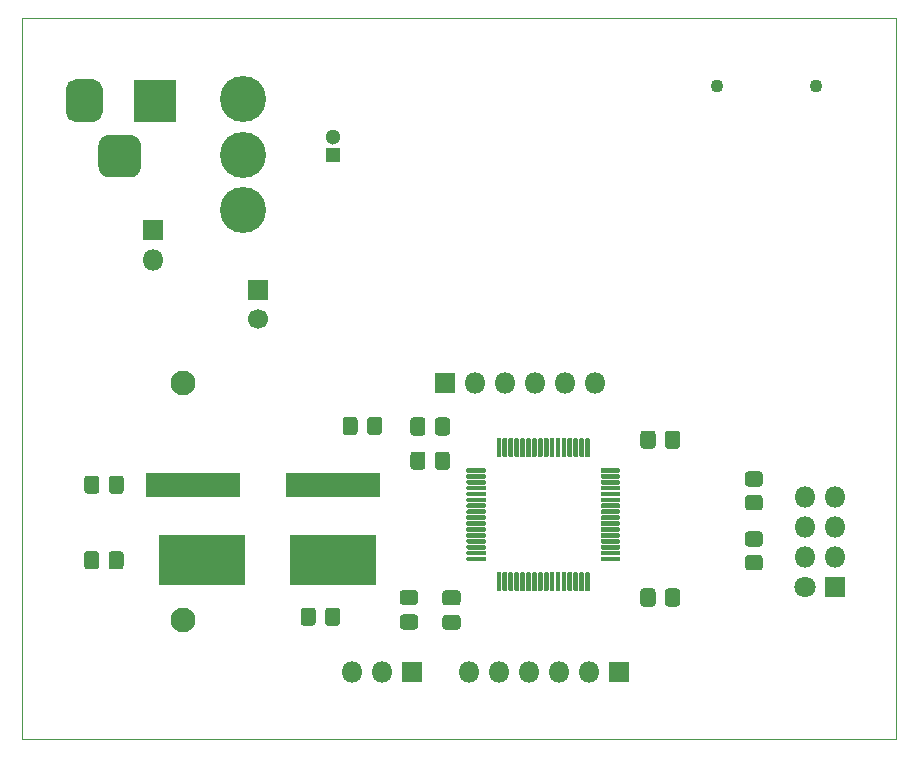
<source format=gbr>
%TF.GenerationSoftware,KiCad,Pcbnew,(5.1.6)-1*%
%TF.CreationDate,2020-11-04T18:23:40+01:00*%
%TF.ProjectId,rps_ki,7270735f-6b69-42e6-9b69-6361645f7063,rev?*%
%TF.SameCoordinates,Original*%
%TF.FileFunction,Soldermask,Bot*%
%TF.FilePolarity,Negative*%
%FSLAX46Y46*%
G04 Gerber Fmt 4.6, Leading zero omitted, Abs format (unit mm)*
G04 Created by KiCad (PCBNEW (5.1.6)-1) date 2020-11-04 18:23:40*
%MOMM*%
%LPD*%
G01*
G04 APERTURE LIST*
%TA.AperFunction,Profile*%
%ADD10C,0.050000*%
%TD*%
%ADD11O,1.800000X1.800000*%
%ADD12R,1.800000X1.800000*%
%ADD13C,1.800000*%
%ADD14R,3.600000X3.600000*%
%ADD15R,7.275000X4.200000*%
%ADD16R,7.975000X2.100000*%
%ADD17C,3.910000*%
%ADD18C,1.100000*%
%ADD19C,1.700000*%
%ADD20R,1.700000X1.700000*%
%ADD21C,1.300000*%
%ADD22R,1.300000X1.300000*%
%ADD23C,2.100000*%
G04 APERTURE END LIST*
D10*
X109485600Y-91656800D02*
X35485600Y-91656800D01*
X109485600Y-91656800D02*
X109485600Y-91656800D01*
X35485600Y-30656800D02*
X109485600Y-30656800D01*
X109485600Y-30656800D02*
X109485600Y-91656800D01*
X35485600Y-91656800D02*
X35485600Y-30656800D01*
D11*
%TO.C,J5*%
X73304400Y-86004400D03*
X75844400Y-86004400D03*
X78384400Y-86004400D03*
X80924400Y-86004400D03*
X83464400Y-86004400D03*
D12*
X86004400Y-86004400D03*
%TD*%
D13*
%TO.C,J4*%
X101803200Y-78841600D03*
D12*
X104343200Y-78841600D03*
D11*
X101803200Y-76301600D03*
X104343200Y-76301600D03*
X101803200Y-73761600D03*
X104343200Y-73761600D03*
X101803200Y-71221600D03*
X104343200Y-71221600D03*
%TD*%
%TO.C,J1*%
G36*
G01*
X41941600Y-43242800D02*
X41941600Y-41442800D01*
G75*
G02*
X42841600Y-40542800I900000J0D01*
G01*
X44641600Y-40542800D01*
G75*
G02*
X45541600Y-41442800I0J-900000D01*
G01*
X45541600Y-43242800D01*
G75*
G02*
X44641600Y-44142800I-900000J0D01*
G01*
X42841600Y-44142800D01*
G75*
G02*
X41941600Y-43242800I0J900000D01*
G01*
G37*
G36*
G01*
X39191600Y-38667800D02*
X39191600Y-36617800D01*
G75*
G02*
X39966600Y-35842800I775000J0D01*
G01*
X41516600Y-35842800D01*
G75*
G02*
X42291600Y-36617800I0J-775000D01*
G01*
X42291600Y-38667800D01*
G75*
G02*
X41516600Y-39442800I-775000J0D01*
G01*
X39966600Y-39442800D01*
G75*
G02*
X39191600Y-38667800I0J775000D01*
G01*
G37*
D14*
X46741600Y-37642800D03*
%TD*%
D15*
%TO.C,Y2*%
X61823600Y-76504800D03*
X50748600Y-76504800D03*
%TD*%
D16*
%TO.C,Y1*%
X61823600Y-70154800D03*
X49948600Y-70154800D03*
%TD*%
D17*
%TO.C,SW1*%
X54203600Y-42214800D03*
X54203600Y-37514800D03*
X54203600Y-46914800D03*
%TD*%
D18*
%TO.C,J7*%
X94300800Y-36399600D03*
X102700800Y-36399600D03*
%TD*%
D11*
%TO.C,J6*%
X83947000Y-61569600D03*
X81407000Y-61569600D03*
X78867000Y-61569600D03*
X76327000Y-61569600D03*
X73787000Y-61569600D03*
D12*
X71247000Y-61569600D03*
%TD*%
D11*
%TO.C,J3*%
X63398400Y-86004400D03*
X65938400Y-86004400D03*
D12*
X68478400Y-86004400D03*
%TD*%
D19*
%TO.C,C2*%
X55473600Y-56144800D03*
D20*
X55473600Y-53644800D03*
%TD*%
D21*
%TO.C,C1*%
X61823600Y-40714800D03*
D22*
X61823600Y-42214800D03*
%TD*%
%TO.C,U1*%
G36*
G01*
X75653600Y-79094800D02*
X75653600Y-77644800D01*
G75*
G02*
X75753600Y-77544800I100000J0D01*
G01*
X75953600Y-77544800D01*
G75*
G02*
X76053600Y-77644800I0J-100000D01*
G01*
X76053600Y-79094800D01*
G75*
G02*
X75953600Y-79194800I-100000J0D01*
G01*
X75753600Y-79194800D01*
G75*
G02*
X75653600Y-79094800I0J100000D01*
G01*
G37*
G36*
G01*
X76153600Y-79094800D02*
X76153600Y-77644800D01*
G75*
G02*
X76253600Y-77544800I100000J0D01*
G01*
X76453600Y-77544800D01*
G75*
G02*
X76553600Y-77644800I0J-100000D01*
G01*
X76553600Y-79094800D01*
G75*
G02*
X76453600Y-79194800I-100000J0D01*
G01*
X76253600Y-79194800D01*
G75*
G02*
X76153600Y-79094800I0J100000D01*
G01*
G37*
G36*
G01*
X76653600Y-79094800D02*
X76653600Y-77644800D01*
G75*
G02*
X76753600Y-77544800I100000J0D01*
G01*
X76953600Y-77544800D01*
G75*
G02*
X77053600Y-77644800I0J-100000D01*
G01*
X77053600Y-79094800D01*
G75*
G02*
X76953600Y-79194800I-100000J0D01*
G01*
X76753600Y-79194800D01*
G75*
G02*
X76653600Y-79094800I0J100000D01*
G01*
G37*
G36*
G01*
X77153600Y-79094800D02*
X77153600Y-77644800D01*
G75*
G02*
X77253600Y-77544800I100000J0D01*
G01*
X77453600Y-77544800D01*
G75*
G02*
X77553600Y-77644800I0J-100000D01*
G01*
X77553600Y-79094800D01*
G75*
G02*
X77453600Y-79194800I-100000J0D01*
G01*
X77253600Y-79194800D01*
G75*
G02*
X77153600Y-79094800I0J100000D01*
G01*
G37*
G36*
G01*
X77653600Y-79094800D02*
X77653600Y-77644800D01*
G75*
G02*
X77753600Y-77544800I100000J0D01*
G01*
X77953600Y-77544800D01*
G75*
G02*
X78053600Y-77644800I0J-100000D01*
G01*
X78053600Y-79094800D01*
G75*
G02*
X77953600Y-79194800I-100000J0D01*
G01*
X77753600Y-79194800D01*
G75*
G02*
X77653600Y-79094800I0J100000D01*
G01*
G37*
G36*
G01*
X78153600Y-79094800D02*
X78153600Y-77644800D01*
G75*
G02*
X78253600Y-77544800I100000J0D01*
G01*
X78453600Y-77544800D01*
G75*
G02*
X78553600Y-77644800I0J-100000D01*
G01*
X78553600Y-79094800D01*
G75*
G02*
X78453600Y-79194800I-100000J0D01*
G01*
X78253600Y-79194800D01*
G75*
G02*
X78153600Y-79094800I0J100000D01*
G01*
G37*
G36*
G01*
X78653600Y-79094800D02*
X78653600Y-77644800D01*
G75*
G02*
X78753600Y-77544800I100000J0D01*
G01*
X78953600Y-77544800D01*
G75*
G02*
X79053600Y-77644800I0J-100000D01*
G01*
X79053600Y-79094800D01*
G75*
G02*
X78953600Y-79194800I-100000J0D01*
G01*
X78753600Y-79194800D01*
G75*
G02*
X78653600Y-79094800I0J100000D01*
G01*
G37*
G36*
G01*
X79153600Y-79094800D02*
X79153600Y-77644800D01*
G75*
G02*
X79253600Y-77544800I100000J0D01*
G01*
X79453600Y-77544800D01*
G75*
G02*
X79553600Y-77644800I0J-100000D01*
G01*
X79553600Y-79094800D01*
G75*
G02*
X79453600Y-79194800I-100000J0D01*
G01*
X79253600Y-79194800D01*
G75*
G02*
X79153600Y-79094800I0J100000D01*
G01*
G37*
G36*
G01*
X79653600Y-79094800D02*
X79653600Y-77644800D01*
G75*
G02*
X79753600Y-77544800I100000J0D01*
G01*
X79953600Y-77544800D01*
G75*
G02*
X80053600Y-77644800I0J-100000D01*
G01*
X80053600Y-79094800D01*
G75*
G02*
X79953600Y-79194800I-100000J0D01*
G01*
X79753600Y-79194800D01*
G75*
G02*
X79653600Y-79094800I0J100000D01*
G01*
G37*
G36*
G01*
X80153600Y-79094800D02*
X80153600Y-77644800D01*
G75*
G02*
X80253600Y-77544800I100000J0D01*
G01*
X80453600Y-77544800D01*
G75*
G02*
X80553600Y-77644800I0J-100000D01*
G01*
X80553600Y-79094800D01*
G75*
G02*
X80453600Y-79194800I-100000J0D01*
G01*
X80253600Y-79194800D01*
G75*
G02*
X80153600Y-79094800I0J100000D01*
G01*
G37*
G36*
G01*
X80653600Y-79094800D02*
X80653600Y-77644800D01*
G75*
G02*
X80753600Y-77544800I100000J0D01*
G01*
X80953600Y-77544800D01*
G75*
G02*
X81053600Y-77644800I0J-100000D01*
G01*
X81053600Y-79094800D01*
G75*
G02*
X80953600Y-79194800I-100000J0D01*
G01*
X80753600Y-79194800D01*
G75*
G02*
X80653600Y-79094800I0J100000D01*
G01*
G37*
G36*
G01*
X81153600Y-79094800D02*
X81153600Y-77644800D01*
G75*
G02*
X81253600Y-77544800I100000J0D01*
G01*
X81453600Y-77544800D01*
G75*
G02*
X81553600Y-77644800I0J-100000D01*
G01*
X81553600Y-79094800D01*
G75*
G02*
X81453600Y-79194800I-100000J0D01*
G01*
X81253600Y-79194800D01*
G75*
G02*
X81153600Y-79094800I0J100000D01*
G01*
G37*
G36*
G01*
X81653600Y-79094800D02*
X81653600Y-77644800D01*
G75*
G02*
X81753600Y-77544800I100000J0D01*
G01*
X81953600Y-77544800D01*
G75*
G02*
X82053600Y-77644800I0J-100000D01*
G01*
X82053600Y-79094800D01*
G75*
G02*
X81953600Y-79194800I-100000J0D01*
G01*
X81753600Y-79194800D01*
G75*
G02*
X81653600Y-79094800I0J100000D01*
G01*
G37*
G36*
G01*
X82153600Y-79094800D02*
X82153600Y-77644800D01*
G75*
G02*
X82253600Y-77544800I100000J0D01*
G01*
X82453600Y-77544800D01*
G75*
G02*
X82553600Y-77644800I0J-100000D01*
G01*
X82553600Y-79094800D01*
G75*
G02*
X82453600Y-79194800I-100000J0D01*
G01*
X82253600Y-79194800D01*
G75*
G02*
X82153600Y-79094800I0J100000D01*
G01*
G37*
G36*
G01*
X82653600Y-79094800D02*
X82653600Y-77644800D01*
G75*
G02*
X82753600Y-77544800I100000J0D01*
G01*
X82953600Y-77544800D01*
G75*
G02*
X83053600Y-77644800I0J-100000D01*
G01*
X83053600Y-79094800D01*
G75*
G02*
X82953600Y-79194800I-100000J0D01*
G01*
X82753600Y-79194800D01*
G75*
G02*
X82653600Y-79094800I0J100000D01*
G01*
G37*
G36*
G01*
X83153600Y-79094800D02*
X83153600Y-77644800D01*
G75*
G02*
X83253600Y-77544800I100000J0D01*
G01*
X83453600Y-77544800D01*
G75*
G02*
X83553600Y-77644800I0J-100000D01*
G01*
X83553600Y-79094800D01*
G75*
G02*
X83453600Y-79194800I-100000J0D01*
G01*
X83253600Y-79194800D01*
G75*
G02*
X83153600Y-79094800I0J100000D01*
G01*
G37*
G36*
G01*
X84453600Y-76544800D02*
X84453600Y-76344800D01*
G75*
G02*
X84553600Y-76244800I100000J0D01*
G01*
X86003600Y-76244800D01*
G75*
G02*
X86103600Y-76344800I0J-100000D01*
G01*
X86103600Y-76544800D01*
G75*
G02*
X86003600Y-76644800I-100000J0D01*
G01*
X84553600Y-76644800D01*
G75*
G02*
X84453600Y-76544800I0J100000D01*
G01*
G37*
G36*
G01*
X84453600Y-76044800D02*
X84453600Y-75844800D01*
G75*
G02*
X84553600Y-75744800I100000J0D01*
G01*
X86003600Y-75744800D01*
G75*
G02*
X86103600Y-75844800I0J-100000D01*
G01*
X86103600Y-76044800D01*
G75*
G02*
X86003600Y-76144800I-100000J0D01*
G01*
X84553600Y-76144800D01*
G75*
G02*
X84453600Y-76044800I0J100000D01*
G01*
G37*
G36*
G01*
X84453600Y-75544800D02*
X84453600Y-75344800D01*
G75*
G02*
X84553600Y-75244800I100000J0D01*
G01*
X86003600Y-75244800D01*
G75*
G02*
X86103600Y-75344800I0J-100000D01*
G01*
X86103600Y-75544800D01*
G75*
G02*
X86003600Y-75644800I-100000J0D01*
G01*
X84553600Y-75644800D01*
G75*
G02*
X84453600Y-75544800I0J100000D01*
G01*
G37*
G36*
G01*
X84453600Y-75044800D02*
X84453600Y-74844800D01*
G75*
G02*
X84553600Y-74744800I100000J0D01*
G01*
X86003600Y-74744800D01*
G75*
G02*
X86103600Y-74844800I0J-100000D01*
G01*
X86103600Y-75044800D01*
G75*
G02*
X86003600Y-75144800I-100000J0D01*
G01*
X84553600Y-75144800D01*
G75*
G02*
X84453600Y-75044800I0J100000D01*
G01*
G37*
G36*
G01*
X84453600Y-74544800D02*
X84453600Y-74344800D01*
G75*
G02*
X84553600Y-74244800I100000J0D01*
G01*
X86003600Y-74244800D01*
G75*
G02*
X86103600Y-74344800I0J-100000D01*
G01*
X86103600Y-74544800D01*
G75*
G02*
X86003600Y-74644800I-100000J0D01*
G01*
X84553600Y-74644800D01*
G75*
G02*
X84453600Y-74544800I0J100000D01*
G01*
G37*
G36*
G01*
X84453600Y-74044800D02*
X84453600Y-73844800D01*
G75*
G02*
X84553600Y-73744800I100000J0D01*
G01*
X86003600Y-73744800D01*
G75*
G02*
X86103600Y-73844800I0J-100000D01*
G01*
X86103600Y-74044800D01*
G75*
G02*
X86003600Y-74144800I-100000J0D01*
G01*
X84553600Y-74144800D01*
G75*
G02*
X84453600Y-74044800I0J100000D01*
G01*
G37*
G36*
G01*
X84453600Y-73544800D02*
X84453600Y-73344800D01*
G75*
G02*
X84553600Y-73244800I100000J0D01*
G01*
X86003600Y-73244800D01*
G75*
G02*
X86103600Y-73344800I0J-100000D01*
G01*
X86103600Y-73544800D01*
G75*
G02*
X86003600Y-73644800I-100000J0D01*
G01*
X84553600Y-73644800D01*
G75*
G02*
X84453600Y-73544800I0J100000D01*
G01*
G37*
G36*
G01*
X84453600Y-73044800D02*
X84453600Y-72844800D01*
G75*
G02*
X84553600Y-72744800I100000J0D01*
G01*
X86003600Y-72744800D01*
G75*
G02*
X86103600Y-72844800I0J-100000D01*
G01*
X86103600Y-73044800D01*
G75*
G02*
X86003600Y-73144800I-100000J0D01*
G01*
X84553600Y-73144800D01*
G75*
G02*
X84453600Y-73044800I0J100000D01*
G01*
G37*
G36*
G01*
X84453600Y-72544800D02*
X84453600Y-72344800D01*
G75*
G02*
X84553600Y-72244800I100000J0D01*
G01*
X86003600Y-72244800D01*
G75*
G02*
X86103600Y-72344800I0J-100000D01*
G01*
X86103600Y-72544800D01*
G75*
G02*
X86003600Y-72644800I-100000J0D01*
G01*
X84553600Y-72644800D01*
G75*
G02*
X84453600Y-72544800I0J100000D01*
G01*
G37*
G36*
G01*
X84453600Y-72044800D02*
X84453600Y-71844800D01*
G75*
G02*
X84553600Y-71744800I100000J0D01*
G01*
X86003600Y-71744800D01*
G75*
G02*
X86103600Y-71844800I0J-100000D01*
G01*
X86103600Y-72044800D01*
G75*
G02*
X86003600Y-72144800I-100000J0D01*
G01*
X84553600Y-72144800D01*
G75*
G02*
X84453600Y-72044800I0J100000D01*
G01*
G37*
G36*
G01*
X84453600Y-71544800D02*
X84453600Y-71344800D01*
G75*
G02*
X84553600Y-71244800I100000J0D01*
G01*
X86003600Y-71244800D01*
G75*
G02*
X86103600Y-71344800I0J-100000D01*
G01*
X86103600Y-71544800D01*
G75*
G02*
X86003600Y-71644800I-100000J0D01*
G01*
X84553600Y-71644800D01*
G75*
G02*
X84453600Y-71544800I0J100000D01*
G01*
G37*
G36*
G01*
X84453600Y-71044800D02*
X84453600Y-70844800D01*
G75*
G02*
X84553600Y-70744800I100000J0D01*
G01*
X86003600Y-70744800D01*
G75*
G02*
X86103600Y-70844800I0J-100000D01*
G01*
X86103600Y-71044800D01*
G75*
G02*
X86003600Y-71144800I-100000J0D01*
G01*
X84553600Y-71144800D01*
G75*
G02*
X84453600Y-71044800I0J100000D01*
G01*
G37*
G36*
G01*
X84453600Y-70544800D02*
X84453600Y-70344800D01*
G75*
G02*
X84553600Y-70244800I100000J0D01*
G01*
X86003600Y-70244800D01*
G75*
G02*
X86103600Y-70344800I0J-100000D01*
G01*
X86103600Y-70544800D01*
G75*
G02*
X86003600Y-70644800I-100000J0D01*
G01*
X84553600Y-70644800D01*
G75*
G02*
X84453600Y-70544800I0J100000D01*
G01*
G37*
G36*
G01*
X84453600Y-70044800D02*
X84453600Y-69844800D01*
G75*
G02*
X84553600Y-69744800I100000J0D01*
G01*
X86003600Y-69744800D01*
G75*
G02*
X86103600Y-69844800I0J-100000D01*
G01*
X86103600Y-70044800D01*
G75*
G02*
X86003600Y-70144800I-100000J0D01*
G01*
X84553600Y-70144800D01*
G75*
G02*
X84453600Y-70044800I0J100000D01*
G01*
G37*
G36*
G01*
X84453600Y-69544800D02*
X84453600Y-69344800D01*
G75*
G02*
X84553600Y-69244800I100000J0D01*
G01*
X86003600Y-69244800D01*
G75*
G02*
X86103600Y-69344800I0J-100000D01*
G01*
X86103600Y-69544800D01*
G75*
G02*
X86003600Y-69644800I-100000J0D01*
G01*
X84553600Y-69644800D01*
G75*
G02*
X84453600Y-69544800I0J100000D01*
G01*
G37*
G36*
G01*
X84453600Y-69044800D02*
X84453600Y-68844800D01*
G75*
G02*
X84553600Y-68744800I100000J0D01*
G01*
X86003600Y-68744800D01*
G75*
G02*
X86103600Y-68844800I0J-100000D01*
G01*
X86103600Y-69044800D01*
G75*
G02*
X86003600Y-69144800I-100000J0D01*
G01*
X84553600Y-69144800D01*
G75*
G02*
X84453600Y-69044800I0J100000D01*
G01*
G37*
G36*
G01*
X83153600Y-67744800D02*
X83153600Y-66294800D01*
G75*
G02*
X83253600Y-66194800I100000J0D01*
G01*
X83453600Y-66194800D01*
G75*
G02*
X83553600Y-66294800I0J-100000D01*
G01*
X83553600Y-67744800D01*
G75*
G02*
X83453600Y-67844800I-100000J0D01*
G01*
X83253600Y-67844800D01*
G75*
G02*
X83153600Y-67744800I0J100000D01*
G01*
G37*
G36*
G01*
X82653600Y-67744800D02*
X82653600Y-66294800D01*
G75*
G02*
X82753600Y-66194800I100000J0D01*
G01*
X82953600Y-66194800D01*
G75*
G02*
X83053600Y-66294800I0J-100000D01*
G01*
X83053600Y-67744800D01*
G75*
G02*
X82953600Y-67844800I-100000J0D01*
G01*
X82753600Y-67844800D01*
G75*
G02*
X82653600Y-67744800I0J100000D01*
G01*
G37*
G36*
G01*
X82153600Y-67744800D02*
X82153600Y-66294800D01*
G75*
G02*
X82253600Y-66194800I100000J0D01*
G01*
X82453600Y-66194800D01*
G75*
G02*
X82553600Y-66294800I0J-100000D01*
G01*
X82553600Y-67744800D01*
G75*
G02*
X82453600Y-67844800I-100000J0D01*
G01*
X82253600Y-67844800D01*
G75*
G02*
X82153600Y-67744800I0J100000D01*
G01*
G37*
G36*
G01*
X81653600Y-67744800D02*
X81653600Y-66294800D01*
G75*
G02*
X81753600Y-66194800I100000J0D01*
G01*
X81953600Y-66194800D01*
G75*
G02*
X82053600Y-66294800I0J-100000D01*
G01*
X82053600Y-67744800D01*
G75*
G02*
X81953600Y-67844800I-100000J0D01*
G01*
X81753600Y-67844800D01*
G75*
G02*
X81653600Y-67744800I0J100000D01*
G01*
G37*
G36*
G01*
X81153600Y-67744800D02*
X81153600Y-66294800D01*
G75*
G02*
X81253600Y-66194800I100000J0D01*
G01*
X81453600Y-66194800D01*
G75*
G02*
X81553600Y-66294800I0J-100000D01*
G01*
X81553600Y-67744800D01*
G75*
G02*
X81453600Y-67844800I-100000J0D01*
G01*
X81253600Y-67844800D01*
G75*
G02*
X81153600Y-67744800I0J100000D01*
G01*
G37*
G36*
G01*
X80653600Y-67744800D02*
X80653600Y-66294800D01*
G75*
G02*
X80753600Y-66194800I100000J0D01*
G01*
X80953600Y-66194800D01*
G75*
G02*
X81053600Y-66294800I0J-100000D01*
G01*
X81053600Y-67744800D01*
G75*
G02*
X80953600Y-67844800I-100000J0D01*
G01*
X80753600Y-67844800D01*
G75*
G02*
X80653600Y-67744800I0J100000D01*
G01*
G37*
G36*
G01*
X80153600Y-67744800D02*
X80153600Y-66294800D01*
G75*
G02*
X80253600Y-66194800I100000J0D01*
G01*
X80453600Y-66194800D01*
G75*
G02*
X80553600Y-66294800I0J-100000D01*
G01*
X80553600Y-67744800D01*
G75*
G02*
X80453600Y-67844800I-100000J0D01*
G01*
X80253600Y-67844800D01*
G75*
G02*
X80153600Y-67744800I0J100000D01*
G01*
G37*
G36*
G01*
X79653600Y-67744800D02*
X79653600Y-66294800D01*
G75*
G02*
X79753600Y-66194800I100000J0D01*
G01*
X79953600Y-66194800D01*
G75*
G02*
X80053600Y-66294800I0J-100000D01*
G01*
X80053600Y-67744800D01*
G75*
G02*
X79953600Y-67844800I-100000J0D01*
G01*
X79753600Y-67844800D01*
G75*
G02*
X79653600Y-67744800I0J100000D01*
G01*
G37*
G36*
G01*
X79153600Y-67744800D02*
X79153600Y-66294800D01*
G75*
G02*
X79253600Y-66194800I100000J0D01*
G01*
X79453600Y-66194800D01*
G75*
G02*
X79553600Y-66294800I0J-100000D01*
G01*
X79553600Y-67744800D01*
G75*
G02*
X79453600Y-67844800I-100000J0D01*
G01*
X79253600Y-67844800D01*
G75*
G02*
X79153600Y-67744800I0J100000D01*
G01*
G37*
G36*
G01*
X78653600Y-67744800D02*
X78653600Y-66294800D01*
G75*
G02*
X78753600Y-66194800I100000J0D01*
G01*
X78953600Y-66194800D01*
G75*
G02*
X79053600Y-66294800I0J-100000D01*
G01*
X79053600Y-67744800D01*
G75*
G02*
X78953600Y-67844800I-100000J0D01*
G01*
X78753600Y-67844800D01*
G75*
G02*
X78653600Y-67744800I0J100000D01*
G01*
G37*
G36*
G01*
X78153600Y-67744800D02*
X78153600Y-66294800D01*
G75*
G02*
X78253600Y-66194800I100000J0D01*
G01*
X78453600Y-66194800D01*
G75*
G02*
X78553600Y-66294800I0J-100000D01*
G01*
X78553600Y-67744800D01*
G75*
G02*
X78453600Y-67844800I-100000J0D01*
G01*
X78253600Y-67844800D01*
G75*
G02*
X78153600Y-67744800I0J100000D01*
G01*
G37*
G36*
G01*
X77653600Y-67744800D02*
X77653600Y-66294800D01*
G75*
G02*
X77753600Y-66194800I100000J0D01*
G01*
X77953600Y-66194800D01*
G75*
G02*
X78053600Y-66294800I0J-100000D01*
G01*
X78053600Y-67744800D01*
G75*
G02*
X77953600Y-67844800I-100000J0D01*
G01*
X77753600Y-67844800D01*
G75*
G02*
X77653600Y-67744800I0J100000D01*
G01*
G37*
G36*
G01*
X77153600Y-67744800D02*
X77153600Y-66294800D01*
G75*
G02*
X77253600Y-66194800I100000J0D01*
G01*
X77453600Y-66194800D01*
G75*
G02*
X77553600Y-66294800I0J-100000D01*
G01*
X77553600Y-67744800D01*
G75*
G02*
X77453600Y-67844800I-100000J0D01*
G01*
X77253600Y-67844800D01*
G75*
G02*
X77153600Y-67744800I0J100000D01*
G01*
G37*
G36*
G01*
X76653600Y-67744800D02*
X76653600Y-66294800D01*
G75*
G02*
X76753600Y-66194800I100000J0D01*
G01*
X76953600Y-66194800D01*
G75*
G02*
X77053600Y-66294800I0J-100000D01*
G01*
X77053600Y-67744800D01*
G75*
G02*
X76953600Y-67844800I-100000J0D01*
G01*
X76753600Y-67844800D01*
G75*
G02*
X76653600Y-67744800I0J100000D01*
G01*
G37*
G36*
G01*
X76153600Y-67744800D02*
X76153600Y-66294800D01*
G75*
G02*
X76253600Y-66194800I100000J0D01*
G01*
X76453600Y-66194800D01*
G75*
G02*
X76553600Y-66294800I0J-100000D01*
G01*
X76553600Y-67744800D01*
G75*
G02*
X76453600Y-67844800I-100000J0D01*
G01*
X76253600Y-67844800D01*
G75*
G02*
X76153600Y-67744800I0J100000D01*
G01*
G37*
G36*
G01*
X75653600Y-67744800D02*
X75653600Y-66294800D01*
G75*
G02*
X75753600Y-66194800I100000J0D01*
G01*
X75953600Y-66194800D01*
G75*
G02*
X76053600Y-66294800I0J-100000D01*
G01*
X76053600Y-67744800D01*
G75*
G02*
X75953600Y-67844800I-100000J0D01*
G01*
X75753600Y-67844800D01*
G75*
G02*
X75653600Y-67744800I0J100000D01*
G01*
G37*
G36*
G01*
X73103600Y-69044800D02*
X73103600Y-68844800D01*
G75*
G02*
X73203600Y-68744800I100000J0D01*
G01*
X74653600Y-68744800D01*
G75*
G02*
X74753600Y-68844800I0J-100000D01*
G01*
X74753600Y-69044800D01*
G75*
G02*
X74653600Y-69144800I-100000J0D01*
G01*
X73203600Y-69144800D01*
G75*
G02*
X73103600Y-69044800I0J100000D01*
G01*
G37*
G36*
G01*
X73103600Y-69544800D02*
X73103600Y-69344800D01*
G75*
G02*
X73203600Y-69244800I100000J0D01*
G01*
X74653600Y-69244800D01*
G75*
G02*
X74753600Y-69344800I0J-100000D01*
G01*
X74753600Y-69544800D01*
G75*
G02*
X74653600Y-69644800I-100000J0D01*
G01*
X73203600Y-69644800D01*
G75*
G02*
X73103600Y-69544800I0J100000D01*
G01*
G37*
G36*
G01*
X73103600Y-70044800D02*
X73103600Y-69844800D01*
G75*
G02*
X73203600Y-69744800I100000J0D01*
G01*
X74653600Y-69744800D01*
G75*
G02*
X74753600Y-69844800I0J-100000D01*
G01*
X74753600Y-70044800D01*
G75*
G02*
X74653600Y-70144800I-100000J0D01*
G01*
X73203600Y-70144800D01*
G75*
G02*
X73103600Y-70044800I0J100000D01*
G01*
G37*
G36*
G01*
X73103600Y-70544800D02*
X73103600Y-70344800D01*
G75*
G02*
X73203600Y-70244800I100000J0D01*
G01*
X74653600Y-70244800D01*
G75*
G02*
X74753600Y-70344800I0J-100000D01*
G01*
X74753600Y-70544800D01*
G75*
G02*
X74653600Y-70644800I-100000J0D01*
G01*
X73203600Y-70644800D01*
G75*
G02*
X73103600Y-70544800I0J100000D01*
G01*
G37*
G36*
G01*
X73103600Y-71044800D02*
X73103600Y-70844800D01*
G75*
G02*
X73203600Y-70744800I100000J0D01*
G01*
X74653600Y-70744800D01*
G75*
G02*
X74753600Y-70844800I0J-100000D01*
G01*
X74753600Y-71044800D01*
G75*
G02*
X74653600Y-71144800I-100000J0D01*
G01*
X73203600Y-71144800D01*
G75*
G02*
X73103600Y-71044800I0J100000D01*
G01*
G37*
G36*
G01*
X73103600Y-71544800D02*
X73103600Y-71344800D01*
G75*
G02*
X73203600Y-71244800I100000J0D01*
G01*
X74653600Y-71244800D01*
G75*
G02*
X74753600Y-71344800I0J-100000D01*
G01*
X74753600Y-71544800D01*
G75*
G02*
X74653600Y-71644800I-100000J0D01*
G01*
X73203600Y-71644800D01*
G75*
G02*
X73103600Y-71544800I0J100000D01*
G01*
G37*
G36*
G01*
X73103600Y-72044800D02*
X73103600Y-71844800D01*
G75*
G02*
X73203600Y-71744800I100000J0D01*
G01*
X74653600Y-71744800D01*
G75*
G02*
X74753600Y-71844800I0J-100000D01*
G01*
X74753600Y-72044800D01*
G75*
G02*
X74653600Y-72144800I-100000J0D01*
G01*
X73203600Y-72144800D01*
G75*
G02*
X73103600Y-72044800I0J100000D01*
G01*
G37*
G36*
G01*
X73103600Y-72544800D02*
X73103600Y-72344800D01*
G75*
G02*
X73203600Y-72244800I100000J0D01*
G01*
X74653600Y-72244800D01*
G75*
G02*
X74753600Y-72344800I0J-100000D01*
G01*
X74753600Y-72544800D01*
G75*
G02*
X74653600Y-72644800I-100000J0D01*
G01*
X73203600Y-72644800D01*
G75*
G02*
X73103600Y-72544800I0J100000D01*
G01*
G37*
G36*
G01*
X73103600Y-73044800D02*
X73103600Y-72844800D01*
G75*
G02*
X73203600Y-72744800I100000J0D01*
G01*
X74653600Y-72744800D01*
G75*
G02*
X74753600Y-72844800I0J-100000D01*
G01*
X74753600Y-73044800D01*
G75*
G02*
X74653600Y-73144800I-100000J0D01*
G01*
X73203600Y-73144800D01*
G75*
G02*
X73103600Y-73044800I0J100000D01*
G01*
G37*
G36*
G01*
X73103600Y-73544800D02*
X73103600Y-73344800D01*
G75*
G02*
X73203600Y-73244800I100000J0D01*
G01*
X74653600Y-73244800D01*
G75*
G02*
X74753600Y-73344800I0J-100000D01*
G01*
X74753600Y-73544800D01*
G75*
G02*
X74653600Y-73644800I-100000J0D01*
G01*
X73203600Y-73644800D01*
G75*
G02*
X73103600Y-73544800I0J100000D01*
G01*
G37*
G36*
G01*
X73103600Y-74044800D02*
X73103600Y-73844800D01*
G75*
G02*
X73203600Y-73744800I100000J0D01*
G01*
X74653600Y-73744800D01*
G75*
G02*
X74753600Y-73844800I0J-100000D01*
G01*
X74753600Y-74044800D01*
G75*
G02*
X74653600Y-74144800I-100000J0D01*
G01*
X73203600Y-74144800D01*
G75*
G02*
X73103600Y-74044800I0J100000D01*
G01*
G37*
G36*
G01*
X73103600Y-74544800D02*
X73103600Y-74344800D01*
G75*
G02*
X73203600Y-74244800I100000J0D01*
G01*
X74653600Y-74244800D01*
G75*
G02*
X74753600Y-74344800I0J-100000D01*
G01*
X74753600Y-74544800D01*
G75*
G02*
X74653600Y-74644800I-100000J0D01*
G01*
X73203600Y-74644800D01*
G75*
G02*
X73103600Y-74544800I0J100000D01*
G01*
G37*
G36*
G01*
X73103600Y-75044800D02*
X73103600Y-74844800D01*
G75*
G02*
X73203600Y-74744800I100000J0D01*
G01*
X74653600Y-74744800D01*
G75*
G02*
X74753600Y-74844800I0J-100000D01*
G01*
X74753600Y-75044800D01*
G75*
G02*
X74653600Y-75144800I-100000J0D01*
G01*
X73203600Y-75144800D01*
G75*
G02*
X73103600Y-75044800I0J100000D01*
G01*
G37*
G36*
G01*
X73103600Y-75544800D02*
X73103600Y-75344800D01*
G75*
G02*
X73203600Y-75244800I100000J0D01*
G01*
X74653600Y-75244800D01*
G75*
G02*
X74753600Y-75344800I0J-100000D01*
G01*
X74753600Y-75544800D01*
G75*
G02*
X74653600Y-75644800I-100000J0D01*
G01*
X73203600Y-75644800D01*
G75*
G02*
X73103600Y-75544800I0J100000D01*
G01*
G37*
G36*
G01*
X73103600Y-76044800D02*
X73103600Y-75844800D01*
G75*
G02*
X73203600Y-75744800I100000J0D01*
G01*
X74653600Y-75744800D01*
G75*
G02*
X74753600Y-75844800I0J-100000D01*
G01*
X74753600Y-76044800D01*
G75*
G02*
X74653600Y-76144800I-100000J0D01*
G01*
X73203600Y-76144800D01*
G75*
G02*
X73103600Y-76044800I0J100000D01*
G01*
G37*
G36*
G01*
X73103600Y-76544800D02*
X73103600Y-76344800D01*
G75*
G02*
X73203600Y-76244800I100000J0D01*
G01*
X74653600Y-76244800D01*
G75*
G02*
X74753600Y-76344800I0J-100000D01*
G01*
X74753600Y-76544800D01*
G75*
G02*
X74653600Y-76644800I-100000J0D01*
G01*
X73203600Y-76644800D01*
G75*
G02*
X73103600Y-76544800I0J100000D01*
G01*
G37*
%TD*%
%TO.C,R5*%
G36*
G01*
X97913568Y-70328800D02*
X96955232Y-70328800D01*
G75*
G02*
X96684400Y-70057968I0J270832D01*
G01*
X96684400Y-69299632D01*
G75*
G02*
X96955232Y-69028800I270832J0D01*
G01*
X97913568Y-69028800D01*
G75*
G02*
X98184400Y-69299632I0J-270832D01*
G01*
X98184400Y-70057968D01*
G75*
G02*
X97913568Y-70328800I-270832J0D01*
G01*
G37*
G36*
G01*
X97913568Y-72328800D02*
X96955232Y-72328800D01*
G75*
G02*
X96684400Y-72057968I0J270832D01*
G01*
X96684400Y-71299632D01*
G75*
G02*
X96955232Y-71028800I270832J0D01*
G01*
X97913568Y-71028800D01*
G75*
G02*
X98184400Y-71299632I0J-270832D01*
G01*
X98184400Y-72057968D01*
G75*
G02*
X97913568Y-72328800I-270832J0D01*
G01*
G37*
%TD*%
%TO.C,R4*%
G36*
G01*
X97913568Y-75408800D02*
X96955232Y-75408800D01*
G75*
G02*
X96684400Y-75137968I0J270832D01*
G01*
X96684400Y-74379632D01*
G75*
G02*
X96955232Y-74108800I270832J0D01*
G01*
X97913568Y-74108800D01*
G75*
G02*
X98184400Y-74379632I0J-270832D01*
G01*
X98184400Y-75137968D01*
G75*
G02*
X97913568Y-75408800I-270832J0D01*
G01*
G37*
G36*
G01*
X97913568Y-77408800D02*
X96955232Y-77408800D01*
G75*
G02*
X96684400Y-77137968I0J270832D01*
G01*
X96684400Y-76379632D01*
G75*
G02*
X96955232Y-76108800I270832J0D01*
G01*
X97913568Y-76108800D01*
G75*
G02*
X98184400Y-76379632I0J-270832D01*
G01*
X98184400Y-77137968D01*
G75*
G02*
X97913568Y-77408800I-270832J0D01*
G01*
G37*
%TD*%
%TO.C,C16*%
G36*
G01*
X41996500Y-76051876D02*
X41996500Y-77059324D01*
G75*
G02*
X41725224Y-77330600I-271276J0D01*
G01*
X40992776Y-77330600D01*
G75*
G02*
X40721500Y-77059324I0J271276D01*
G01*
X40721500Y-76051876D01*
G75*
G02*
X40992776Y-75780600I271276J0D01*
G01*
X41725224Y-75780600D01*
G75*
G02*
X41996500Y-76051876I0J-271276D01*
G01*
G37*
G36*
G01*
X44071500Y-76051876D02*
X44071500Y-77059324D01*
G75*
G02*
X43800224Y-77330600I-271276J0D01*
G01*
X43067776Y-77330600D01*
G75*
G02*
X42796500Y-77059324I0J271276D01*
G01*
X42796500Y-76051876D01*
G75*
G02*
X43067776Y-75780600I271276J0D01*
G01*
X43800224Y-75780600D01*
G75*
G02*
X44071500Y-76051876I0J-271276D01*
G01*
G37*
%TD*%
%TO.C,C15*%
G36*
G01*
X60335300Y-80827076D02*
X60335300Y-81834524D01*
G75*
G02*
X60064024Y-82105800I-271276J0D01*
G01*
X59331576Y-82105800D01*
G75*
G02*
X59060300Y-81834524I0J271276D01*
G01*
X59060300Y-80827076D01*
G75*
G02*
X59331576Y-80555800I271276J0D01*
G01*
X60064024Y-80555800D01*
G75*
G02*
X60335300Y-80827076I0J-271276D01*
G01*
G37*
G36*
G01*
X62410300Y-80827076D02*
X62410300Y-81834524D01*
G75*
G02*
X62139024Y-82105800I-271276J0D01*
G01*
X61406576Y-82105800D01*
G75*
G02*
X61135300Y-81834524I0J271276D01*
G01*
X61135300Y-80827076D01*
G75*
G02*
X61406576Y-80555800I271276J0D01*
G01*
X62139024Y-80555800D01*
G75*
G02*
X62410300Y-80827076I0J-271276D01*
G01*
G37*
%TD*%
%TO.C,C13*%
G36*
G01*
X42018000Y-69651076D02*
X42018000Y-70658524D01*
G75*
G02*
X41746724Y-70929800I-271276J0D01*
G01*
X41014276Y-70929800D01*
G75*
G02*
X40743000Y-70658524I0J271276D01*
G01*
X40743000Y-69651076D01*
G75*
G02*
X41014276Y-69379800I271276J0D01*
G01*
X41746724Y-69379800D01*
G75*
G02*
X42018000Y-69651076I0J-271276D01*
G01*
G37*
G36*
G01*
X44093000Y-69651076D02*
X44093000Y-70658524D01*
G75*
G02*
X43821724Y-70929800I-271276J0D01*
G01*
X43089276Y-70929800D01*
G75*
G02*
X42818000Y-70658524I0J271276D01*
G01*
X42818000Y-69651076D01*
G75*
G02*
X43089276Y-69379800I271276J0D01*
G01*
X43821724Y-69379800D01*
G75*
G02*
X44093000Y-69651076I0J-271276D01*
G01*
G37*
%TD*%
%TO.C,C12*%
G36*
G01*
X64691300Y-65680124D02*
X64691300Y-64672676D01*
G75*
G02*
X64962576Y-64401400I271276J0D01*
G01*
X65695024Y-64401400D01*
G75*
G02*
X65966300Y-64672676I0J-271276D01*
G01*
X65966300Y-65680124D01*
G75*
G02*
X65695024Y-65951400I-271276J0D01*
G01*
X64962576Y-65951400D01*
G75*
G02*
X64691300Y-65680124I0J271276D01*
G01*
G37*
G36*
G01*
X62616300Y-65680124D02*
X62616300Y-64672676D01*
G75*
G02*
X62887576Y-64401400I271276J0D01*
G01*
X63620024Y-64401400D01*
G75*
G02*
X63891300Y-64672676I0J-271276D01*
G01*
X63891300Y-65680124D01*
G75*
G02*
X63620024Y-65951400I-271276J0D01*
G01*
X62887576Y-65951400D01*
G75*
G02*
X62616300Y-65680124I0J271276D01*
G01*
G37*
%TD*%
%TO.C,C10*%
G36*
G01*
X69631700Y-64723476D02*
X69631700Y-65730924D01*
G75*
G02*
X69360424Y-66002200I-271276J0D01*
G01*
X68627976Y-66002200D01*
G75*
G02*
X68356700Y-65730924I0J271276D01*
G01*
X68356700Y-64723476D01*
G75*
G02*
X68627976Y-64452200I271276J0D01*
G01*
X69360424Y-64452200D01*
G75*
G02*
X69631700Y-64723476I0J-271276D01*
G01*
G37*
G36*
G01*
X71706700Y-64723476D02*
X71706700Y-65730924D01*
G75*
G02*
X71435424Y-66002200I-271276J0D01*
G01*
X70702976Y-66002200D01*
G75*
G02*
X70431700Y-65730924I0J271276D01*
G01*
X70431700Y-64723476D01*
G75*
G02*
X70702976Y-64452200I271276J0D01*
G01*
X71435424Y-64452200D01*
G75*
G02*
X71706700Y-64723476I0J-271276D01*
G01*
G37*
%TD*%
%TO.C,C8*%
G36*
G01*
X71327476Y-81172000D02*
X72334924Y-81172000D01*
G75*
G02*
X72606200Y-81443276I0J-271276D01*
G01*
X72606200Y-82175724D01*
G75*
G02*
X72334924Y-82447000I-271276J0D01*
G01*
X71327476Y-82447000D01*
G75*
G02*
X71056200Y-82175724I0J271276D01*
G01*
X71056200Y-81443276D01*
G75*
G02*
X71327476Y-81172000I271276J0D01*
G01*
G37*
G36*
G01*
X71327476Y-79097000D02*
X72334924Y-79097000D01*
G75*
G02*
X72606200Y-79368276I0J-271276D01*
G01*
X72606200Y-80100724D01*
G75*
G02*
X72334924Y-80372000I-271276J0D01*
G01*
X71327476Y-80372000D01*
G75*
G02*
X71056200Y-80100724I0J271276D01*
G01*
X71056200Y-79368276D01*
G75*
G02*
X71327476Y-79097000I271276J0D01*
G01*
G37*
%TD*%
%TO.C,C6*%
G36*
G01*
X89909600Y-80208924D02*
X89909600Y-79201476D01*
G75*
G02*
X90180876Y-78930200I271276J0D01*
G01*
X90913324Y-78930200D01*
G75*
G02*
X91184600Y-79201476I0J-271276D01*
G01*
X91184600Y-80208924D01*
G75*
G02*
X90913324Y-80480200I-271276J0D01*
G01*
X90180876Y-80480200D01*
G75*
G02*
X89909600Y-80208924I0J271276D01*
G01*
G37*
G36*
G01*
X87834600Y-80208924D02*
X87834600Y-79201476D01*
G75*
G02*
X88105876Y-78930200I271276J0D01*
G01*
X88838324Y-78930200D01*
G75*
G02*
X89109600Y-79201476I0J-271276D01*
G01*
X89109600Y-80208924D01*
G75*
G02*
X88838324Y-80480200I-271276J0D01*
G01*
X88105876Y-80480200D01*
G75*
G02*
X87834600Y-80208924I0J271276D01*
G01*
G37*
%TD*%
%TO.C,C5*%
G36*
G01*
X89909600Y-66848524D02*
X89909600Y-65841076D01*
G75*
G02*
X90180876Y-65569800I271276J0D01*
G01*
X90913324Y-65569800D01*
G75*
G02*
X91184600Y-65841076I0J-271276D01*
G01*
X91184600Y-66848524D01*
G75*
G02*
X90913324Y-67119800I-271276J0D01*
G01*
X90180876Y-67119800D01*
G75*
G02*
X89909600Y-66848524I0J271276D01*
G01*
G37*
G36*
G01*
X87834600Y-66848524D02*
X87834600Y-65841076D01*
G75*
G02*
X88105876Y-65569800I271276J0D01*
G01*
X88838324Y-65569800D01*
G75*
G02*
X89109600Y-65841076I0J-271276D01*
G01*
X89109600Y-66848524D01*
G75*
G02*
X88838324Y-67119800I-271276J0D01*
G01*
X88105876Y-67119800D01*
G75*
G02*
X87834600Y-66848524I0J271276D01*
G01*
G37*
%TD*%
%TO.C,C4*%
G36*
G01*
X69631700Y-67619076D02*
X69631700Y-68626524D01*
G75*
G02*
X69360424Y-68897800I-271276J0D01*
G01*
X68627976Y-68897800D01*
G75*
G02*
X68356700Y-68626524I0J271276D01*
G01*
X68356700Y-67619076D01*
G75*
G02*
X68627976Y-67347800I271276J0D01*
G01*
X69360424Y-67347800D01*
G75*
G02*
X69631700Y-67619076I0J-271276D01*
G01*
G37*
G36*
G01*
X71706700Y-67619076D02*
X71706700Y-68626524D01*
G75*
G02*
X71435424Y-68897800I-271276J0D01*
G01*
X70702976Y-68897800D01*
G75*
G02*
X70431700Y-68626524I0J271276D01*
G01*
X70431700Y-67619076D01*
G75*
G02*
X70702976Y-67347800I271276J0D01*
G01*
X71435424Y-67347800D01*
G75*
G02*
X71706700Y-67619076I0J-271276D01*
G01*
G37*
%TD*%
%TO.C,C3*%
G36*
G01*
X67720676Y-81142700D02*
X68728124Y-81142700D01*
G75*
G02*
X68999400Y-81413976I0J-271276D01*
G01*
X68999400Y-82146424D01*
G75*
G02*
X68728124Y-82417700I-271276J0D01*
G01*
X67720676Y-82417700D01*
G75*
G02*
X67449400Y-82146424I0J271276D01*
G01*
X67449400Y-81413976D01*
G75*
G02*
X67720676Y-81142700I271276J0D01*
G01*
G37*
G36*
G01*
X67720676Y-79067700D02*
X68728124Y-79067700D01*
G75*
G02*
X68999400Y-79338976I0J-271276D01*
G01*
X68999400Y-80071424D01*
G75*
G02*
X68728124Y-80342700I-271276J0D01*
G01*
X67720676Y-80342700D01*
G75*
G02*
X67449400Y-80071424I0J271276D01*
G01*
X67449400Y-79338976D01*
G75*
G02*
X67720676Y-79067700I271276J0D01*
G01*
G37*
%TD*%
D23*
%TO.C,BT2*%
X49123600Y-61584800D03*
X49123600Y-81584800D03*
%TD*%
D11*
%TO.C,BT1*%
X46583600Y-51104800D03*
D12*
X46583600Y-48564800D03*
%TD*%
M02*

</source>
